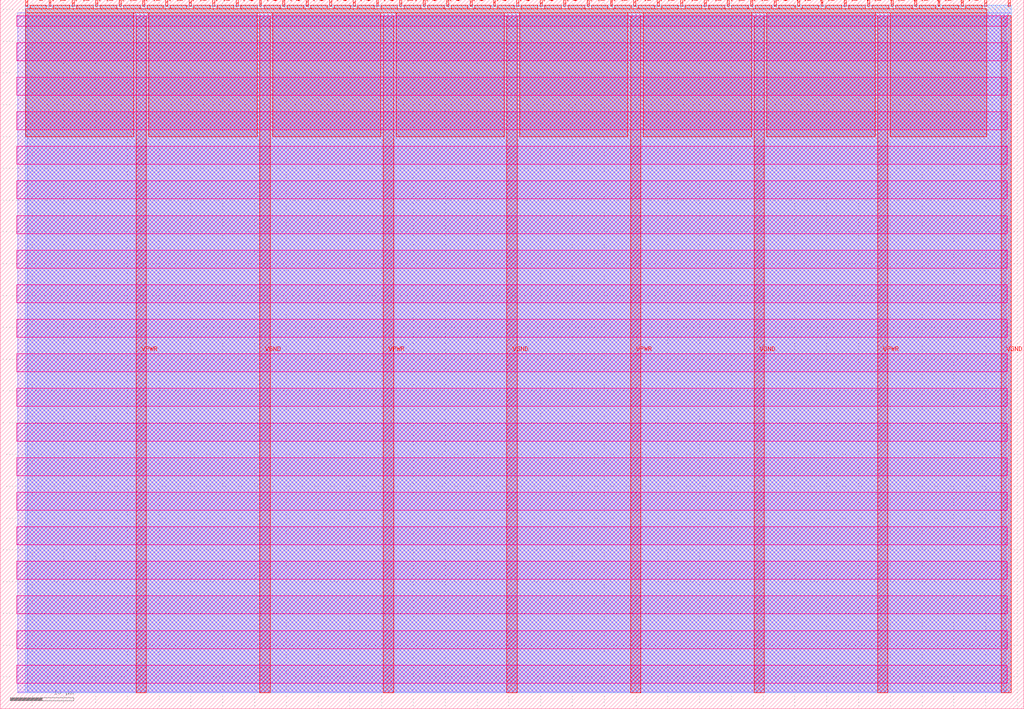
<source format=lef>
VERSION 5.7 ;
  NOWIREEXTENSIONATPIN ON ;
  DIVIDERCHAR "/" ;
  BUSBITCHARS "[]" ;
MACRO tt_um_mw73_pmic
  CLASS BLOCK ;
  FOREIGN tt_um_mw73_pmic ;
  ORIGIN 0.000 0.000 ;
  SIZE 161.000 BY 111.520 ;
  PIN VGND
    DIRECTION INOUT ;
    USE GROUND ;
    PORT
      LAYER met4 ;
        RECT 40.830 2.480 42.430 109.040 ;
    END
    PORT
      LAYER met4 ;
        RECT 79.700 2.480 81.300 109.040 ;
    END
    PORT
      LAYER met4 ;
        RECT 118.570 2.480 120.170 109.040 ;
    END
    PORT
      LAYER met4 ;
        RECT 157.440 2.480 159.040 109.040 ;
    END
  END VGND
  PIN VPWR
    DIRECTION INOUT ;
    USE POWER ;
    PORT
      LAYER met4 ;
        RECT 21.395 2.480 22.995 109.040 ;
    END
    PORT
      LAYER met4 ;
        RECT 60.265 2.480 61.865 109.040 ;
    END
    PORT
      LAYER met4 ;
        RECT 99.135 2.480 100.735 109.040 ;
    END
    PORT
      LAYER met4 ;
        RECT 138.005 2.480 139.605 109.040 ;
    END
  END VPWR
  PIN clk
    DIRECTION INPUT ;
    USE SIGNAL ;
    ANTENNAGATEAREA 0.852000 ;
    PORT
      LAYER met4 ;
        RECT 154.870 110.520 155.170 111.520 ;
    END
  END clk
  PIN ena
    DIRECTION INPUT ;
    USE SIGNAL ;
    PORT
      LAYER met4 ;
        RECT 158.550 110.520 158.850 111.520 ;
    END
  END ena
  PIN rst_n
    DIRECTION INPUT ;
    USE SIGNAL ;
    ANTENNAGATEAREA 0.196500 ;
    PORT
      LAYER met4 ;
        RECT 151.190 110.520 151.490 111.520 ;
    END
  END rst_n
  PIN ui_in[0]
    DIRECTION INPUT ;
    USE SIGNAL ;
    ANTENNAGATEAREA 0.196500 ;
    PORT
      LAYER met4 ;
        RECT 147.510 110.520 147.810 111.520 ;
    END
  END ui_in[0]
  PIN ui_in[1]
    DIRECTION INPUT ;
    USE SIGNAL ;
    ANTENNAGATEAREA 0.196500 ;
    PORT
      LAYER met4 ;
        RECT 143.830 110.520 144.130 111.520 ;
    END
  END ui_in[1]
  PIN ui_in[2]
    DIRECTION INPUT ;
    USE SIGNAL ;
    ANTENNAGATEAREA 0.196500 ;
    PORT
      LAYER met4 ;
        RECT 140.150 110.520 140.450 111.520 ;
    END
  END ui_in[2]
  PIN ui_in[3]
    DIRECTION INPUT ;
    USE SIGNAL ;
    ANTENNAGATEAREA 0.196500 ;
    PORT
      LAYER met4 ;
        RECT 136.470 110.520 136.770 111.520 ;
    END
  END ui_in[3]
  PIN ui_in[4]
    DIRECTION INPUT ;
    USE SIGNAL ;
    ANTENNAGATEAREA 0.196500 ;
    PORT
      LAYER met4 ;
        RECT 132.790 110.520 133.090 111.520 ;
    END
  END ui_in[4]
  PIN ui_in[5]
    DIRECTION INPUT ;
    USE SIGNAL ;
    ANTENNAGATEAREA 0.196500 ;
    PORT
      LAYER met4 ;
        RECT 129.110 110.520 129.410 111.520 ;
    END
  END ui_in[5]
  PIN ui_in[6]
    DIRECTION INPUT ;
    USE SIGNAL ;
    ANTENNAGATEAREA 0.196500 ;
    PORT
      LAYER met4 ;
        RECT 125.430 110.520 125.730 111.520 ;
    END
  END ui_in[6]
  PIN ui_in[7]
    DIRECTION INPUT ;
    USE SIGNAL ;
    ANTENNAGATEAREA 0.196500 ;
    PORT
      LAYER met4 ;
        RECT 121.750 110.520 122.050 111.520 ;
    END
  END ui_in[7]
  PIN uio_in[0]
    DIRECTION INPUT ;
    USE SIGNAL ;
    ANTENNAGATEAREA 0.196500 ;
    PORT
      LAYER met4 ;
        RECT 118.070 110.520 118.370 111.520 ;
    END
  END uio_in[0]
  PIN uio_in[1]
    DIRECTION INPUT ;
    USE SIGNAL ;
    PORT
      LAYER met4 ;
        RECT 114.390 110.520 114.690 111.520 ;
    END
  END uio_in[1]
  PIN uio_in[2]
    DIRECTION INPUT ;
    USE SIGNAL ;
    PORT
      LAYER met4 ;
        RECT 110.710 110.520 111.010 111.520 ;
    END
  END uio_in[2]
  PIN uio_in[3]
    DIRECTION INPUT ;
    USE SIGNAL ;
    PORT
      LAYER met4 ;
        RECT 107.030 110.520 107.330 111.520 ;
    END
  END uio_in[3]
  PIN uio_in[4]
    DIRECTION INPUT ;
    USE SIGNAL ;
    PORT
      LAYER met4 ;
        RECT 103.350 110.520 103.650 111.520 ;
    END
  END uio_in[4]
  PIN uio_in[5]
    DIRECTION INPUT ;
    USE SIGNAL ;
    PORT
      LAYER met4 ;
        RECT 99.670 110.520 99.970 111.520 ;
    END
  END uio_in[5]
  PIN uio_in[6]
    DIRECTION INPUT ;
    USE SIGNAL ;
    PORT
      LAYER met4 ;
        RECT 95.990 110.520 96.290 111.520 ;
    END
  END uio_in[6]
  PIN uio_in[7]
    DIRECTION INPUT ;
    USE SIGNAL ;
    PORT
      LAYER met4 ;
        RECT 92.310 110.520 92.610 111.520 ;
    END
  END uio_in[7]
  PIN uio_oe[0]
    DIRECTION OUTPUT TRISTATE ;
    USE SIGNAL ;
    PORT
      LAYER met4 ;
        RECT 29.750 110.520 30.050 111.520 ;
    END
  END uio_oe[0]
  PIN uio_oe[1]
    DIRECTION OUTPUT TRISTATE ;
    USE SIGNAL ;
    PORT
      LAYER met4 ;
        RECT 26.070 110.520 26.370 111.520 ;
    END
  END uio_oe[1]
  PIN uio_oe[2]
    DIRECTION OUTPUT TRISTATE ;
    USE SIGNAL ;
    PORT
      LAYER met4 ;
        RECT 22.390 110.520 22.690 111.520 ;
    END
  END uio_oe[2]
  PIN uio_oe[3]
    DIRECTION OUTPUT TRISTATE ;
    USE SIGNAL ;
    PORT
      LAYER met4 ;
        RECT 18.710 110.520 19.010 111.520 ;
    END
  END uio_oe[3]
  PIN uio_oe[4]
    DIRECTION OUTPUT TRISTATE ;
    USE SIGNAL ;
    PORT
      LAYER met4 ;
        RECT 15.030 110.520 15.330 111.520 ;
    END
  END uio_oe[4]
  PIN uio_oe[5]
    DIRECTION OUTPUT TRISTATE ;
    USE SIGNAL ;
    PORT
      LAYER met4 ;
        RECT 11.350 110.520 11.650 111.520 ;
    END
  END uio_oe[5]
  PIN uio_oe[6]
    DIRECTION OUTPUT TRISTATE ;
    USE SIGNAL ;
    PORT
      LAYER met4 ;
        RECT 7.670 110.520 7.970 111.520 ;
    END
  END uio_oe[6]
  PIN uio_oe[7]
    DIRECTION OUTPUT TRISTATE ;
    USE SIGNAL ;
    PORT
      LAYER met4 ;
        RECT 3.990 110.520 4.290 111.520 ;
    END
  END uio_oe[7]
  PIN uio_out[0]
    DIRECTION OUTPUT TRISTATE ;
    USE SIGNAL ;
    PORT
      LAYER met4 ;
        RECT 59.190 110.520 59.490 111.520 ;
    END
  END uio_out[0]
  PIN uio_out[1]
    DIRECTION OUTPUT TRISTATE ;
    USE SIGNAL ;
    PORT
      LAYER met4 ;
        RECT 55.510 110.520 55.810 111.520 ;
    END
  END uio_out[1]
  PIN uio_out[2]
    DIRECTION OUTPUT TRISTATE ;
    USE SIGNAL ;
    PORT
      LAYER met4 ;
        RECT 51.830 110.520 52.130 111.520 ;
    END
  END uio_out[2]
  PIN uio_out[3]
    DIRECTION OUTPUT TRISTATE ;
    USE SIGNAL ;
    PORT
      LAYER met4 ;
        RECT 48.150 110.520 48.450 111.520 ;
    END
  END uio_out[3]
  PIN uio_out[4]
    DIRECTION OUTPUT TRISTATE ;
    USE SIGNAL ;
    PORT
      LAYER met4 ;
        RECT 44.470 110.520 44.770 111.520 ;
    END
  END uio_out[4]
  PIN uio_out[5]
    DIRECTION OUTPUT TRISTATE ;
    USE SIGNAL ;
    PORT
      LAYER met4 ;
        RECT 40.790 110.520 41.090 111.520 ;
    END
  END uio_out[5]
  PIN uio_out[6]
    DIRECTION OUTPUT TRISTATE ;
    USE SIGNAL ;
    PORT
      LAYER met4 ;
        RECT 37.110 110.520 37.410 111.520 ;
    END
  END uio_out[6]
  PIN uio_out[7]
    DIRECTION OUTPUT TRISTATE ;
    USE SIGNAL ;
    PORT
      LAYER met4 ;
        RECT 33.430 110.520 33.730 111.520 ;
    END
  END uio_out[7]
  PIN uo_out[0]
    DIRECTION OUTPUT TRISTATE ;
    USE SIGNAL ;
    ANTENNADIFFAREA 0.445500 ;
    PORT
      LAYER met4 ;
        RECT 88.630 110.520 88.930 111.520 ;
    END
  END uo_out[0]
  PIN uo_out[1]
    DIRECTION OUTPUT TRISTATE ;
    USE SIGNAL ;
    ANTENNADIFFAREA 0.445500 ;
    PORT
      LAYER met4 ;
        RECT 84.950 110.520 85.250 111.520 ;
    END
  END uo_out[1]
  PIN uo_out[2]
    DIRECTION OUTPUT TRISTATE ;
    USE SIGNAL ;
    ANTENNADIFFAREA 0.795200 ;
    PORT
      LAYER met4 ;
        RECT 81.270 110.520 81.570 111.520 ;
    END
  END uo_out[2]
  PIN uo_out[3]
    DIRECTION OUTPUT TRISTATE ;
    USE SIGNAL ;
    ANTENNADIFFAREA 0.795200 ;
    PORT
      LAYER met4 ;
        RECT 77.590 110.520 77.890 111.520 ;
    END
  END uo_out[3]
  PIN uo_out[4]
    DIRECTION OUTPUT TRISTATE ;
    USE SIGNAL ;
    PORT
      LAYER met4 ;
        RECT 73.910 110.520 74.210 111.520 ;
    END
  END uo_out[4]
  PIN uo_out[5]
    DIRECTION OUTPUT TRISTATE ;
    USE SIGNAL ;
    PORT
      LAYER met4 ;
        RECT 70.230 110.520 70.530 111.520 ;
    END
  END uo_out[5]
  PIN uo_out[6]
    DIRECTION OUTPUT TRISTATE ;
    USE SIGNAL ;
    PORT
      LAYER met4 ;
        RECT 66.550 110.520 66.850 111.520 ;
    END
  END uo_out[6]
  PIN uo_out[7]
    DIRECTION OUTPUT TRISTATE ;
    USE SIGNAL ;
    PORT
      LAYER met4 ;
        RECT 62.870 110.520 63.170 111.520 ;
    END
  END uo_out[7]
  OBS
      LAYER nwell ;
        RECT 2.570 107.385 158.430 108.990 ;
        RECT 2.570 101.945 158.430 104.775 ;
        RECT 2.570 96.505 158.430 99.335 ;
        RECT 2.570 91.065 158.430 93.895 ;
        RECT 2.570 85.625 158.430 88.455 ;
        RECT 2.570 80.185 158.430 83.015 ;
        RECT 2.570 74.745 158.430 77.575 ;
        RECT 2.570 69.305 158.430 72.135 ;
        RECT 2.570 63.865 158.430 66.695 ;
        RECT 2.570 58.425 158.430 61.255 ;
        RECT 2.570 52.985 158.430 55.815 ;
        RECT 2.570 47.545 158.430 50.375 ;
        RECT 2.570 42.105 158.430 44.935 ;
        RECT 2.570 36.665 158.430 39.495 ;
        RECT 2.570 31.225 158.430 34.055 ;
        RECT 2.570 25.785 158.430 28.615 ;
        RECT 2.570 20.345 158.430 23.175 ;
        RECT 2.570 14.905 158.430 17.735 ;
        RECT 2.570 9.465 158.430 12.295 ;
        RECT 2.570 4.025 158.430 6.855 ;
      LAYER li1 ;
        RECT 2.760 2.635 158.240 108.885 ;
      LAYER met1 ;
        RECT 2.760 2.480 159.040 109.440 ;
      LAYER met2 ;
        RECT 4.230 2.535 159.010 110.685 ;
      LAYER met3 ;
        RECT 3.950 2.555 159.030 110.665 ;
      LAYER met4 ;
        RECT 4.690 110.120 7.270 110.665 ;
        RECT 8.370 110.120 10.950 110.665 ;
        RECT 12.050 110.120 14.630 110.665 ;
        RECT 15.730 110.120 18.310 110.665 ;
        RECT 19.410 110.120 21.990 110.665 ;
        RECT 23.090 110.120 25.670 110.665 ;
        RECT 26.770 110.120 29.350 110.665 ;
        RECT 30.450 110.120 33.030 110.665 ;
        RECT 34.130 110.120 36.710 110.665 ;
        RECT 37.810 110.120 40.390 110.665 ;
        RECT 41.490 110.120 44.070 110.665 ;
        RECT 45.170 110.120 47.750 110.665 ;
        RECT 48.850 110.120 51.430 110.665 ;
        RECT 52.530 110.120 55.110 110.665 ;
        RECT 56.210 110.120 58.790 110.665 ;
        RECT 59.890 110.120 62.470 110.665 ;
        RECT 63.570 110.120 66.150 110.665 ;
        RECT 67.250 110.120 69.830 110.665 ;
        RECT 70.930 110.120 73.510 110.665 ;
        RECT 74.610 110.120 77.190 110.665 ;
        RECT 78.290 110.120 80.870 110.665 ;
        RECT 81.970 110.120 84.550 110.665 ;
        RECT 85.650 110.120 88.230 110.665 ;
        RECT 89.330 110.120 91.910 110.665 ;
        RECT 93.010 110.120 95.590 110.665 ;
        RECT 96.690 110.120 99.270 110.665 ;
        RECT 100.370 110.120 102.950 110.665 ;
        RECT 104.050 110.120 106.630 110.665 ;
        RECT 107.730 110.120 110.310 110.665 ;
        RECT 111.410 110.120 113.990 110.665 ;
        RECT 115.090 110.120 117.670 110.665 ;
        RECT 118.770 110.120 121.350 110.665 ;
        RECT 122.450 110.120 125.030 110.665 ;
        RECT 126.130 110.120 128.710 110.665 ;
        RECT 129.810 110.120 132.390 110.665 ;
        RECT 133.490 110.120 136.070 110.665 ;
        RECT 137.170 110.120 139.750 110.665 ;
        RECT 140.850 110.120 143.430 110.665 ;
        RECT 144.530 110.120 147.110 110.665 ;
        RECT 148.210 110.120 150.790 110.665 ;
        RECT 151.890 110.120 154.470 110.665 ;
        RECT 3.975 109.440 155.185 110.120 ;
        RECT 3.975 89.935 20.995 109.440 ;
        RECT 23.395 89.935 40.430 109.440 ;
        RECT 42.830 89.935 59.865 109.440 ;
        RECT 62.265 89.935 79.300 109.440 ;
        RECT 81.700 89.935 98.735 109.440 ;
        RECT 101.135 89.935 118.170 109.440 ;
        RECT 120.570 89.935 137.605 109.440 ;
        RECT 140.005 89.935 155.185 109.440 ;
  END
END tt_um_mw73_pmic
END LIBRARY


</source>
